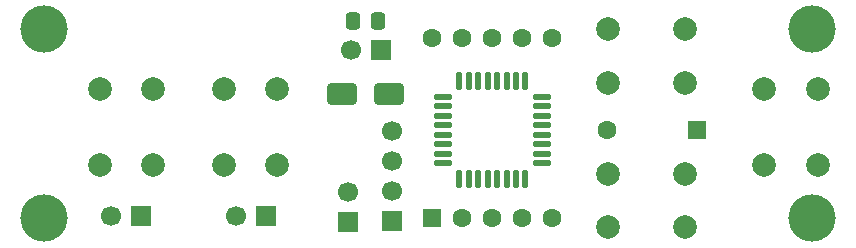
<source format=gbr>
G04 This is an RS-274x file exported by *
G04 gerbv version 2.10.0 *
G04 More information is available about gerbv at *
G04 https://gerbv.github.io/ *
G04 --End of header info--*
%MOIN*%
%FSLAX36Y36*%
%IPPOS*%
G04 --Define apertures--*
%ADD10C,0.0787*%
%ADD11R,0.0669X0.0669*%
%ADD12C,0.0669*%
%AMMACRO13*
4,1,4,0.013287,0.018701,-0.013287,0.018701,-0.013287,-0.018701,0.013287,-0.018701,0.013287,0.018701,0.000000*
1,1,0.019685,0.013287,0.018701*
1,1,0.019685,-0.013287,0.018701*
1,1,0.019685,-0.013287,-0.018701*
1,1,0.019685,0.013287,-0.018701*
20,1,0.019685,0.013287,0.018701,-0.013287,0.018701,0.000000*
20,1,0.019685,-0.013287,0.018701,-0.013287,-0.018701,0.000000*
20,1,0.019685,-0.013287,-0.018701,0.013287,-0.018701,0.000000*
20,1,0.019685,0.013287,-0.018701,0.013287,0.018701,0.000000*
%
%ADD13MACRO13*%
%ADD14C,0.0630*%
%ADD15R,0.0630X0.0630*%
%AMMACRO16*
4,1,4,-0.005413,-0.023622,0.005413,-0.023622,0.005413,0.023622,-0.005413,0.023622,-0.005413,-0.023622,0.000000*
1,1,0.010827,-0.005413,-0.023622*
1,1,0.010827,0.005413,-0.023622*
1,1,0.010827,0.005413,0.023622*
1,1,0.010827,-0.005413,0.023622*
20,1,0.010827,-0.005413,-0.023622,0.005413,-0.023622,0.000000*
20,1,0.010827,0.005413,-0.023622,0.005413,0.023622,0.000000*
20,1,0.010827,0.005413,0.023622,-0.005413,0.023622,0.000000*
20,1,0.010827,-0.005413,0.023622,-0.005413,-0.023622,0.000000*
%
%ADD16MACRO16*%
%AMMACRO17*
4,1,4,-0.023622,-0.005413,0.023622,-0.005413,0.023622,0.005413,-0.023622,0.005413,-0.023622,-0.005413,0.000000*
1,1,0.010827,-0.023622,-0.005413*
1,1,0.010827,0.023622,-0.005413*
1,1,0.010827,0.023622,0.005413*
1,1,0.010827,-0.023622,0.005413*
20,1,0.010827,-0.023622,-0.005413,0.023622,-0.005413,0.000000*
20,1,0.010827,0.023622,-0.005413,0.023622,0.005413,0.000000*
20,1,0.010827,0.023622,0.005413,-0.023622,0.005413,0.000000*
20,1,0.010827,-0.023622,0.005413,-0.023622,-0.005413,0.000000*
%
%ADD17MACRO17*%
%AMMACRO18*
4,1,4,0.023622,-0.023622,0.023622,0.023622,-0.023622,0.023622,-0.023622,-0.023622,0.023622,-0.023622,0.000000*
1,1,0.019685,0.023622,-0.023622*
1,1,0.019685,0.023622,0.023622*
1,1,0.019685,-0.023622,0.023622*
1,1,0.019685,-0.023622,-0.023622*
20,1,0.019685,0.023622,-0.023622,0.023622,0.023622,0.000000*
20,1,0.019685,0.023622,0.023622,-0.023622,0.023622,0.000000*
20,1,0.019685,-0.023622,0.023622,-0.023622,-0.023622,0.000000*
20,1,0.019685,-0.023622,-0.023622,0.023622,-0.023622,0.000000*
%
%ADD18MACRO18*%
%AMMACRO19*
4,1,4,0.039370,0.025591,-0.039370,0.025591,-0.039370,-0.025591,0.039370,-0.025591,0.039370,0.025591,0.000000*
1,1,0.019685,0.039370,0.025591*
1,1,0.019685,-0.039370,0.025591*
1,1,0.019685,-0.039370,-0.025591*
1,1,0.019685,0.039370,-0.025591*
20,1,0.019685,0.039370,0.025591,-0.039370,0.025591,0.000000*
20,1,0.019685,-0.039370,0.025591,-0.039370,-0.025591,0.000000*
20,1,0.019685,-0.039370,-0.025591,0.039370,-0.025591,0.000000*
20,1,0.019685,0.039370,-0.025591,0.039370,0.025591,0.000000*
%
%ADD19MACRO19*%
%ADD20C,0.1575*%
G04 --Start main section--*
G54D10*
G01X5088583Y-3484252D03*
G01X5088583Y-3228346D03*
G01X5265748Y-3484252D03*
G01X5265748Y-3228346D03*
G01X4675197Y-3484252D03*
G01X4675197Y-3228346D03*
G01X4852362Y-3484252D03*
G01X4852362Y-3228346D03*
G54D11*
G01X4812992Y-3651575D03*
G54D12*
G01X4712992Y-3651575D03*
G54D11*
G01X5227953Y-3651575D03*
G54D12*
G01X5127953Y-3651575D03*
G54D13*
G01X5518701Y-3001969D03*
G01X5600394Y-3001969D03*
G54D14*
G01X6364173Y-3366142D03*
G54D15*
G01X6663386Y-3366142D03*
G54D10*
G01X6889764Y-3484252D03*
G01X6889764Y-3228346D03*
G01X7066929Y-3484252D03*
G01X7066929Y-3228346D03*
G01X6368110Y-3513780D03*
G01X6624016Y-3513780D03*
G01X6368110Y-3690945D03*
G01X6624016Y-3690945D03*
G01X6624016Y-3208661D03*
G01X6368110Y-3208661D03*
G01X6624016Y-3031496D03*
G01X6368110Y-3031496D03*
G54D14*
G01X5782677Y-3061417D03*
G01X5882677Y-3061417D03*
G01X5982677Y-3061417D03*
G01X6082677Y-3061417D03*
G01X6182677Y-3061417D03*
G01X6182677Y-3661417D03*
G01X6082677Y-3661417D03*
G01X5982677Y-3661417D03*
G01X5882677Y-3661417D03*
G54D15*
G01X5782677Y-3661417D03*
G54D16*
G01X5872441Y-3202362D03*
G01X5903937Y-3202362D03*
G01X5935433Y-3202362D03*
G01X5966929Y-3202362D03*
G01X5998425Y-3202362D03*
G01X6029921Y-3202362D03*
G01X6061417Y-3202362D03*
G01X6092913Y-3202362D03*
G54D17*
G01X6146555Y-3256004D03*
G01X6146555Y-3287500D03*
G01X6146555Y-3318996D03*
G01X6146555Y-3350492D03*
G01X6146555Y-3381988D03*
G01X6146555Y-3413484D03*
G01X6146555Y-3444980D03*
G01X6146555Y-3476476D03*
G54D16*
G01X6092913Y-3530118D03*
G01X6061417Y-3530118D03*
G01X6029921Y-3530118D03*
G01X5998425Y-3530118D03*
G01X5966929Y-3530118D03*
G01X5935433Y-3530118D03*
G01X5903937Y-3530118D03*
G01X5872441Y-3530118D03*
G54D17*
G01X5818799Y-3476476D03*
G01X5818799Y-3444980D03*
G01X5818799Y-3413484D03*
G01X5818799Y-3381988D03*
G01X5818799Y-3350492D03*
G01X5818799Y-3318996D03*
G01X5818799Y-3287500D03*
G01X5818799Y-3256004D03*
G54D11*
G01X5501969Y-3672835D03*
G54D12*
G01X5501969Y-3572835D03*
G54D11*
G01X5649606Y-3671260D03*
G54D12*
G01X5649606Y-3571260D03*
G01X5649606Y-3471260D03*
G01X5649606Y-3371260D03*
G54D11*
G01X5610236Y-3100394D03*
G54D12*
G01X5510236Y-3100394D03*
G54D19*
G01X5639764Y-3248031D03*
G01X5482283Y-3248031D03*
G54D20*
G01X4488189Y-3661417D03*
G01X4488189Y-3031496D03*
G01X7047244Y-3661417D03*
G01X7047244Y-3031496D03*
M02*

</source>
